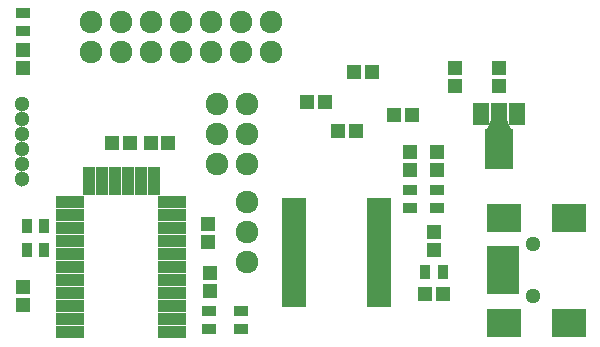
<source format=gts>
G04 #@! TF.FileFunction,Soldermask,Top*
%FSLAX46Y46*%
G04 Gerber Fmt 4.6, Leading zero omitted, Abs format (unit mm)*
G04 Created by KiCad (PCBNEW (2015-10-22 BZR 6274, Git d63c017)-product) date Sat Oct 24 14:44:23 2015*
%MOMM*%
G01*
G04 APERTURE LIST*
%ADD10C,0.100000*%
%ADD11R,1.150000X1.200000*%
%ADD12R,1.200000X1.150000*%
%ADD13R,2.701240X0.900380*%
%ADD14R,2.899360X2.398980*%
%ADD15C,1.299160*%
%ADD16R,1.197560X1.197560*%
%ADD17R,1.300000X0.900000*%
%ADD18R,0.900000X1.300000*%
%ADD19C,1.300000*%
%ADD20C,1.924000*%
%ADD21R,1.400760X1.901140*%
%ADD22R,2.398980X3.399740*%
%ADD23R,2.150000X0.850000*%
%ADD24R,2.400000X1.100000*%
%ADD25R,1.100000X2.400000*%
G04 APERTURE END LIST*
D10*
D11*
X158500000Y-105150000D03*
X158500000Y-103650000D03*
X154750000Y-105150000D03*
X154750000Y-103650000D03*
D12*
X151150000Y-107600000D03*
X149650000Y-107600000D03*
X147750000Y-104000000D03*
X146250000Y-104000000D03*
X146350000Y-109000000D03*
X144850000Y-109000000D03*
X152250000Y-122750000D03*
X153750000Y-122750000D03*
D11*
X153000000Y-119000000D03*
X153000000Y-117500000D03*
X134000000Y-122500000D03*
X134000000Y-121000000D03*
X133858000Y-118352000D03*
X133858000Y-116852000D03*
D12*
X129000000Y-110000000D03*
X130500000Y-110000000D03*
X127250000Y-110000000D03*
X125750000Y-110000000D03*
X142250000Y-106500000D03*
X143750000Y-106500000D03*
D11*
X118200000Y-122200000D03*
X118200000Y-123700000D03*
D13*
X158800680Y-122350200D03*
X158800680Y-121550100D03*
X158800680Y-120750000D03*
X158800680Y-119949900D03*
X158800680Y-119149800D03*
D14*
X158899740Y-125200080D03*
X164398840Y-125200080D03*
X158899740Y-116299920D03*
X164398840Y-116299920D03*
D15*
X161399100Y-122949640D03*
X161399100Y-118550360D03*
D16*
X151000000Y-112248600D03*
X151000000Y-110750000D03*
X153250000Y-112249300D03*
X153250000Y-110750700D03*
X118200000Y-102101400D03*
X118200000Y-103600000D03*
D17*
X133985000Y-125706000D03*
X133985000Y-124206000D03*
X136652000Y-125730000D03*
X136652000Y-124230000D03*
D18*
X120000000Y-119000000D03*
X118500000Y-119000000D03*
X120000000Y-117000000D03*
X118500000Y-117000000D03*
D19*
X118110000Y-106680000D03*
X118110000Y-107950000D03*
X118110000Y-109220000D03*
X118110000Y-110490000D03*
X118110000Y-111760000D03*
X118110000Y-113030000D03*
D20*
X139192000Y-99695000D03*
X139192000Y-102235000D03*
X136652000Y-99695000D03*
X136652000Y-102235000D03*
X134112000Y-99695000D03*
X134112000Y-102235000D03*
X131572000Y-99695000D03*
X131572000Y-102235000D03*
X129032000Y-99695000D03*
X129032000Y-102235000D03*
X126492000Y-99695000D03*
X126492000Y-102235000D03*
X123952000Y-99695000D03*
X123952000Y-102235000D03*
D18*
X152250000Y-120900000D03*
X153750000Y-120900000D03*
D17*
X151000000Y-115500000D03*
X151000000Y-114000000D03*
X153250000Y-115500000D03*
X153250000Y-114000000D03*
X118200000Y-100500000D03*
X118200000Y-99000000D03*
D21*
X160001140Y-107500000D03*
X158500000Y-107500000D03*
X156998860Y-107500000D03*
D22*
X158500000Y-110451480D03*
D10*
G36*
X157299240Y-109177010D02*
X157799620Y-108027710D01*
X159200380Y-108027710D01*
X159700760Y-109177010D01*
X157299240Y-109177010D01*
X157299240Y-109177010D01*
G37*
D23*
X141150000Y-115025000D03*
X141150000Y-115675000D03*
X141150000Y-116325000D03*
X141150000Y-116975000D03*
X141150000Y-117625000D03*
X141150000Y-118275000D03*
X141150000Y-118925000D03*
X141150000Y-119575000D03*
X141150000Y-120225000D03*
X141150000Y-120875000D03*
X141150000Y-121525000D03*
X141150000Y-122175000D03*
X141150000Y-122825000D03*
X141150000Y-123475000D03*
X148350000Y-123475000D03*
X148350000Y-122825000D03*
X148350000Y-122175000D03*
X148350000Y-121525000D03*
X148350000Y-120875000D03*
X148350000Y-120225000D03*
X148350000Y-119575000D03*
X148350000Y-118925000D03*
X148350000Y-118275000D03*
X148350000Y-117625000D03*
X148350000Y-116975000D03*
X148350000Y-116325000D03*
X148350000Y-115675000D03*
X148350000Y-115025000D03*
D24*
X130820000Y-126000000D03*
X130820000Y-124900000D03*
X130820000Y-123800000D03*
X130820000Y-122700000D03*
X130820000Y-121600000D03*
X130820000Y-120500000D03*
X130820000Y-119400000D03*
X130820000Y-118300000D03*
X130820000Y-117200000D03*
X130820000Y-116100000D03*
X130820000Y-115000000D03*
D25*
X129250000Y-113200000D03*
X128150000Y-113200000D03*
X127050000Y-113200000D03*
X125950000Y-113200000D03*
X124850000Y-113200000D03*
X123750000Y-113200000D03*
D24*
X122180000Y-115000000D03*
X122180000Y-116100000D03*
X122180000Y-117200000D03*
X122180000Y-118300000D03*
X122180000Y-119400000D03*
X122180000Y-120500000D03*
X122180000Y-121600000D03*
X122180000Y-122700000D03*
X122180000Y-123800000D03*
X122180000Y-124900000D03*
X122180000Y-126000000D03*
D20*
X134620000Y-111760000D03*
X134620000Y-109220000D03*
X134620000Y-106680000D03*
X137160000Y-106680000D03*
X137160000Y-109220000D03*
X137160000Y-111760000D03*
X137160000Y-120015000D03*
X137160000Y-117475000D03*
X137160000Y-114935000D03*
M02*

</source>
